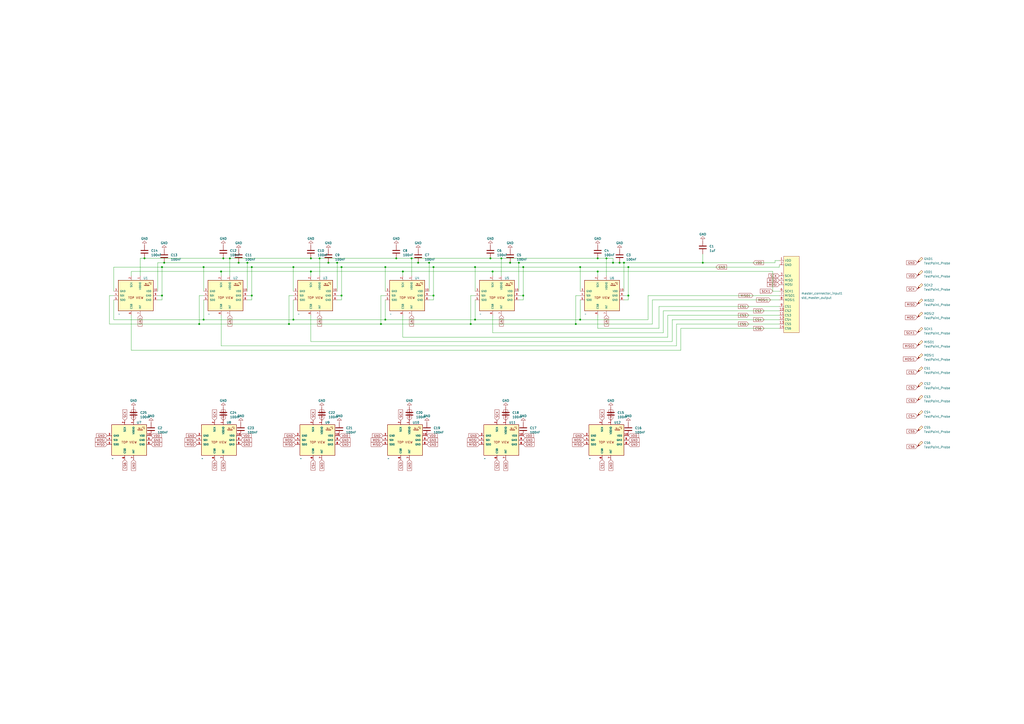
<source format=kicad_sch>
(kicad_sch (version 20230121) (generator eeschema)
  (paper "A2")
  (lib_symbols
    (symbol "BMP581_symbol:BMP581" (pin_names (offset 1.016))
      (property "Reference" "U" (at -10.16 10.414 0))
      (symbol "BMP581_0_0"
        (rectangle (start -10.16 10.16) (end 10.16 -7.62) (stroke (width 0.254)) (fill (type background)))
        (pin power_in line (at 2.54 12.7 270) (length 2.54) (name "VDDIO") (number "1"))
        (pin power_in line (at 12.7 3.81 180) (length 2.54) (name "VDD") (number "10"))
        (pin power_in line (at -12.7 3.81 0) (length 2.54) (name "GND") (number "3"))
        (pin input line (at -2.54 -10.16 90) (length 2.54) (name "CSB") (number "6"))
        (pin output line (at 2.54 -10.16 90) (length 2.54) (name "INT") (number "7"))
        (pin power_in line (at 12.7 -1.27 180) (length 2.54) (name "GND") (number "8"))
        (pin power_in line (at 12.7 1.27 180) (length 2.54) (name "GND") (number "9"))
      )
      (symbol "BMP581_1_0"
        (pin input line (at -2.54 12.7 270) (length 2.54) (name "SCK") (number "2"))
        (pin bidirectional line (at -12.7 1.27 0) (length 2.54) (name "SDI") (number "4"))
        (pin bidirectional line (at -12.7 -1.27 0) (length 2.54) (name "SDO") (number "5"))
      )
      (symbol "BMP581_1_1"
        (polyline (pts (xy 7.62 8.89) (xy 8.89 8.89) (xy 8.89 7.62) (xy 7.62 8.89)))
        (text "Pin 1\nIndicator" (at 6.35 7.62 0) (effects (font (size 0.5 0.5))))
        (text "TOP VIEW" (at 0 0 0) (effects (font (size 1.27 1.27))))
      )
    )
    (symbol "BMP581_symbol:std_master_output"
      (property "Reference" "master_connector_input" (at -1.27 27.94 0))
      (property "Value" "std_master_output" (at 0 -21.59 0))
      (symbol "std_master_output_1_1"
        (rectangle (start -5.08 25.4) (end 3.81 -19.05) (fill (type background)))
        (pin output line (at 6.35 22.86 180) (length 2.54) (name "VDD") (number "1"))
        (pin output line (at 6.35 -6.35 180) (length 2.54) (name "CS2") (number "10"))
        (pin output line (at 6.35 -8.89 180) (length 2.54) (name "CS3") (number "11"))
        (pin output line (at 6.35 -11.43 180) (length 2.54) (name "CS4") (number "12"))
        (pin output line (at 6.35 -13.97 180) (length 2.54) (name "CS5") (number "13"))
        (pin output line (at 6.35 -16.51 180) (length 2.54) (name "CS6") (number "14"))
        (pin output line (at 6.35 20.32 180) (length 2.54) (name "GND") (number "2"))
        (pin output line (at 6.35 13.97 180) (length 2.54) (name "SCK") (number "3"))
        (pin input line (at 6.35 11.43 180) (length 2.54) (name "MISO") (number "4"))
        (pin output line (at 6.35 8.89 180) (length 2.54) (name "MOSI") (number "5"))
        (pin output line (at 6.35 5.08 180) (length 2.54) (name "SCK1") (number "6"))
        (pin input line (at 6.35 2.54 180) (length 2.54) (name "MISO1") (number "7"))
        (pin output line (at 6.35 0 180) (length 2.54) (name "MOSI1") (number "8"))
        (pin output line (at 6.35 -3.81 180) (length 2.54) (name "CS1") (number "9"))
      )
    )
    (symbol "Connector:TestPoint_Probe" (pin_numbers hide) (pin_names (offset 0.762) hide)
      (property "Reference" "TP" (at 1.651 5.842 0))
      (property "Value" "TestPoint_Probe" (at 1.651 4.064 0))
      (symbol "TestPoint_Probe_0_1"
        (polyline (pts (xy 1.27 0.762) (xy 0 0) (xy 0.762 1.27) (xy 1.27 0.762)) (fill (type outline)))
        (polyline (pts (xy 1.397 0.635) (xy 0.635 1.397) (xy 2.413 3.175) (xy 3.175 2.413) (xy 1.397 0.635)) (fill (type background)))
      )
      (symbol "TestPoint_Probe_1_1"
        (pin passive line (at 0 0 90) (length 0) (name "1") (number "1"))
      )
    )
    (symbol "Device:C" (pin_numbers hide) (pin_names (offset 0.254))
      (property "Reference" "C" (at 0.635 2.54 0))
      (property "Value" "C" (at 0.635 -2.54 0))
      (symbol "C_0_1"
        (polyline (pts (xy -2.032 -0.762) (xy 2.032 -0.762)) (stroke (width 0.508)))
        (polyline (pts (xy -2.032 0.762) (xy 2.032 0.762)) (stroke (width 0.508)))
      )
      (symbol "C_1_1"
        (pin passive line (at 0 3.81 270) (length 2.794) (name "~") (number "1"))
        (pin passive line (at 0 -3.81 90) (length 2.794) (name "~") (number "2"))
      )
    )
    (symbol "power:GND" (power) (pin_names (offset 0))
      (property "Value" "GND" (at 0 -3.81 0))
      (symbol "GND_0_1"
        (polyline (pts (xy 0 0) (xy 0 -1.27) (xy 1.27 -1.27) (xy 0 -2.54) (xy -1.27 -1.27) (xy 0 -1.27)))
      )
      (symbol "GND_1_1"
        (pin power_in line (at 0 0 270) (length 0) hide (name "GND") (number "1"))
      )
    )
  )
  (junction (at 290.83 149.86))
  (junction (at 251.46 171.45))
  (junction (at 300.99 152.4))
  (junction (at 407.67 152.4))
  (junction (at 355.6 152.4))
  (junction (at 295.91 152.4))
  (junction (at 115.57 187.96))
  (junction (at 170.18 154.94))
  (junction (at 180.34 149.86))
  (junction (at 185.42 149.86))
  (junction (at 180.34 157.48))
  (junction (at 334.01 187.96))
  (junction (at 93.98 154.94))
  (junction (at 133.35 149.86))
  (junction (at 95.25 152.4))
  (junction (at 336.55 154.94))
  (junction (at 303.53 154.94))
  (junction (at 220.98 187.96))
  (junction (at 138.43 152.4))
  (junction (at 364.49 171.45))
  (junction (at 223.52 154.94))
  (junction (at 118.11 154.94))
  (junction (at 275.59 185.42))
  (junction (at 238.76 149.86))
  (junction (at 364.49 154.94))
  (junction (at 361.95 152.4))
  (junction (at 198.12 171.45))
  (junction (at 118.11 185.42))
  (junction (at 190.5 152.4))
  (junction (at 93.98 171.45))
  (junction (at 336.55 185.42))
  (junction (at 242.57 152.4))
  (junction (at 359.41 152.4))
  (junction (at 273.05 187.96))
  (junction (at 198.12 154.94))
  (junction (at 346.71 149.86))
  (junction (at 346.71 157.48))
  (junction (at 146.05 154.94))
  (junction (at 229.87 149.86))
  (junction (at 167.64 187.96))
  (junction (at 303.53 171.45))
  (junction (at 195.58 152.4))
  (junction (at 251.46 154.94))
  (junction (at 284.48 149.86))
  (junction (at 128.27 157.48))
  (junction (at 248.92 152.4))
  (junction (at 170.18 185.42))
  (junction (at 223.52 185.42))
  (junction (at 146.05 171.45))
  (junction (at 83.82 149.86))
  (junction (at 129.54 149.86))
  (junction (at 143.51 152.4))
  (junction (at 233.68 157.48))
  (junction (at 351.79 149.86))
  (junction (at 285.75 157.48))
  (junction (at 275.59 154.94))
  (wire (pts (xy 118.11 154.94) (xy 146.05 154.94)))
  (wire (pts (xy 361.95 152.4) (xy 407.67 152.4)))
  (wire (pts (xy 382.27 190.5) (xy 382.27 177.8)))
  (wire (pts (xy 66.04 185.42) (xy 118.11 185.42)))
  (wire (pts (xy 195.58 152.4) (xy 242.57 152.4)))
  (wire (pts (xy 384.81 180.34) (xy 452.12 180.34)))
  (wire (pts (xy 223.52 168.91) (xy 223.52 154.94)))
  (wire (pts (xy 300.99 152.4) (xy 355.6 152.4)))
  (wire (pts (xy 81.28 160.02) (xy 81.28 149.86)))
  (wire (pts (xy 198.12 173.99) (xy 198.12 171.45)))
  (wire (pts (xy 290.83 149.86) (xy 346.71 149.86)))
  (wire (pts (xy 378.46 173.99) (xy 452.12 173.99)))
  (wire (pts (xy 143.51 168.91) (xy 143.51 152.4)))
  (wire (pts (xy 167.64 171.45) (xy 167.64 187.96)))
  (wire (pts (xy 129.54 149.86) (xy 133.35 149.86)))
  (wire (pts (xy 220.98 171.45) (xy 220.98 187.96)))
  (wire (pts (xy 76.2 203.2) (xy 76.2 182.88)))
  (wire (pts (xy 452.12 154.94) (xy 364.49 154.94)))
  (wire (pts (xy 375.92 185.42) (xy 375.92 171.45)))
  (wire (pts (xy 378.46 187.96) (xy 378.46 173.99)))
  (wire (pts (xy 248.92 152.4) (xy 295.91 152.4)))
  (wire (pts (xy 346.71 149.86) (xy 351.79 149.86)))
  (wire (pts (xy 336.55 173.99) (xy 336.55 185.42)))
  (wire (pts (xy 251.46 173.99) (xy 251.46 171.45)))
  (wire (pts (xy 392.43 187.96) (xy 452.12 187.96)))
  (wire (pts (xy 285.75 182.88) (xy 285.75 193.04)))
  (wire (pts (xy 118.11 168.91) (xy 118.11 154.94)))
  (wire (pts (xy 364.49 154.94) (xy 336.55 154.94)))
  (wire (pts (xy 63.5 187.96) (xy 115.57 187.96)))
  (wire (pts (xy 389.89 185.42) (xy 452.12 185.42)))
  (wire (pts (xy 273.05 187.96) (xy 334.01 187.96)))
  (wire (pts (xy 133.35 149.86) (xy 180.34 149.86)))
  (wire (pts (xy 76.2 157.48) (xy 76.2 160.02)))
  (wire (pts (xy 143.51 173.99) (xy 146.05 173.99)))
  (wire (pts (xy 195.58 168.91) (xy 195.58 152.4)))
  (wire (pts (xy 81.28 149.86) (xy 83.82 149.86)))
  (wire (pts (xy 351.79 160.02) (xy 351.79 149.86)))
  (wire (pts (xy 273.05 171.45) (xy 273.05 187.96)))
  (wire (pts (xy 128.27 182.88) (xy 128.27 200.66)))
  (wire (pts (xy 275.59 154.94) (xy 303.53 154.94)))
  (wire (pts (xy 180.34 149.86) (xy 185.42 149.86)))
  (wire (pts (xy 407.67 147.32) (xy 407.67 152.4)))
  (wire (pts (xy 83.82 149.86) (xy 129.54 149.86)))
  (wire (pts (xy 361.95 152.4) (xy 361.95 168.91)))
  (wire (pts (xy 170.18 171.45) (xy 167.64 171.45)))
  (wire (pts (xy 382.27 177.8) (xy 452.12 177.8)))
  (wire (pts (xy 170.18 154.94) (xy 198.12 154.94)))
  (wire (pts (xy 407.67 152.4) (xy 449.58 152.4)))
  (wire (pts (xy 118.11 173.99) (xy 118.11 185.42)))
  (wire (pts (xy 185.42 160.02) (xy 185.42 149.86)))
  (wire (pts (xy 167.64 187.96) (xy 220.98 187.96)))
  (wire (pts (xy 115.57 171.45) (xy 115.57 187.96)))
  (wire (pts (xy 223.52 173.99) (xy 223.52 185.42)))
  (wire (pts (xy 66.04 168.91) (xy 66.04 154.94)))
  (wire (pts (xy 300.99 171.45) (xy 303.53 171.45)))
  (wire (pts (xy 180.34 157.48) (xy 180.34 160.02)))
  (wire (pts (xy 223.52 154.94) (xy 251.46 154.94)))
  (wire (pts (xy 63.5 171.45) (xy 63.5 187.96)))
  (wire (pts (xy 346.71 157.48) (xy 346.71 160.02)))
  (wire (pts (xy 389.89 198.12) (xy 389.89 185.42)))
  (wire (pts (xy 170.18 185.42) (xy 223.52 185.42)))
  (wire (pts (xy 180.34 198.12) (xy 389.89 198.12)))
  (wire (pts (xy 346.71 182.88) (xy 346.71 190.5)))
  (wire (pts (xy 93.98 171.45) (xy 93.98 154.94)))
  (wire (pts (xy 336.55 171.45) (xy 334.01 171.45)))
  (wire (pts (xy 251.46 171.45) (xy 251.46 154.94)))
  (wire (pts (xy 300.99 173.99) (xy 303.53 173.99)))
  (wire (pts (xy 452.12 168.91) (xy 448.31 168.91)))
  (wire (pts (xy 233.68 195.58) (xy 387.35 195.58)))
  (wire (pts (xy 66.04 154.94) (xy 93.98 154.94)))
  (wire (pts (xy 346.71 190.5) (xy 382.27 190.5)))
  (wire (pts (xy 336.55 185.42) (xy 375.92 185.42)))
  (wire (pts (xy 364.49 154.94) (xy 364.49 171.45)))
  (wire (pts (xy 198.12 171.45) (xy 198.12 154.94)))
  (wire (pts (xy 248.92 173.99) (xy 251.46 173.99)))
  (wire (pts (xy 91.44 152.4) (xy 95.25 152.4)))
  (wire (pts (xy 364.49 171.45) (xy 364.49 173.99)))
  (wire (pts (xy 392.43 200.66) (xy 392.43 187.96)))
  (wire (pts (xy 295.91 152.4) (xy 300.99 152.4)))
  (wire (pts (xy 233.68 157.48) (xy 233.68 160.02)))
  (wire (pts (xy 195.58 171.45) (xy 198.12 171.45)))
  (wire (pts (xy 91.44 168.91) (xy 91.44 152.4)))
  (wire (pts (xy 238.76 160.02) (xy 238.76 149.86)))
  (wire (pts (xy 195.58 173.99) (xy 198.12 173.99)))
  (wire (pts (xy 359.41 152.4) (xy 361.95 152.4)))
  (wire (pts (xy 66.04 173.99) (xy 66.04 185.42)))
  (wire (pts (xy 251.46 154.94) (xy 275.59 154.94)))
  (wire (pts (xy 128.27 157.48) (xy 76.2 157.48)))
  (wire (pts (xy 128.27 200.66) (xy 392.43 200.66)))
  (wire (pts (xy 146.05 154.94) (xy 170.18 154.94)))
  (wire (pts (xy 394.97 190.5) (xy 394.97 203.2)))
  (wire (pts (xy 275.59 185.42) (xy 336.55 185.42)))
  (wire (pts (xy 449.58 152.4) (xy 449.58 151.13)))
  (wire (pts (xy 334.01 187.96) (xy 378.46 187.96)))
  (wire (pts (xy 180.34 157.48) (xy 128.27 157.48)))
  (wire (pts (xy 449.58 151.13) (xy 452.12 151.13)))
  (wire (pts (xy 387.35 182.88) (xy 452.12 182.88)))
  (wire (pts (xy 242.57 152.4) (xy 248.92 152.4)))
  (wire (pts (xy 223.52 171.45) (xy 220.98 171.45)))
  (wire (pts (xy 170.18 173.99) (xy 170.18 185.42)))
  (wire (pts (xy 229.87 149.86) (xy 238.76 149.86)))
  (wire (pts (xy 220.98 187.96) (xy 273.05 187.96)))
  (wire (pts (xy 118.11 185.42) (xy 170.18 185.42)))
  (wire (pts (xy 128.27 157.48) (xy 128.27 160.02)))
  (wire (pts (xy 93.98 154.94) (xy 118.11 154.94)))
  (wire (pts (xy 143.51 171.45) (xy 146.05 171.45)))
  (wire (pts (xy 118.11 171.45) (xy 115.57 171.45)))
  (wire (pts (xy 375.92 171.45) (xy 452.12 171.45)))
  (wire (pts (xy 448.31 157.48) (xy 346.71 157.48)))
  (wire (pts (xy 285.75 157.48) (xy 346.71 157.48)))
  (wire (pts (xy 364.49 173.99) (xy 361.95 173.99)))
  (wire (pts (xy 233.68 182.88) (xy 233.68 195.58)))
  (wire (pts (xy 93.98 173.99) (xy 93.98 171.45)))
  (wire (pts (xy 198.12 154.94) (xy 223.52 154.94)))
  (wire (pts (xy 448.31 168.91) (xy 448.31 157.48)))
  (wire (pts (xy 133.35 160.02) (xy 133.35 149.86)))
  (wire (pts (xy 364.49 171.45) (xy 361.95 171.45)))
  (wire (pts (xy 76.2 203.2) (xy 394.97 203.2)))
  (wire (pts (xy 233.68 157.48) (xy 285.75 157.48)))
  (wire (pts (xy 334.01 171.45) (xy 334.01 187.96)))
  (wire (pts (xy 66.04 171.45) (xy 63.5 171.45)))
  (wire (pts (xy 248.92 171.45) (xy 251.46 171.45)))
  (wire (pts (xy 355.6 152.4) (xy 359.41 152.4)))
  (wire (pts (xy 290.83 149.86) (xy 290.83 160.02)))
  (wire (pts (xy 115.57 187.96) (xy 167.64 187.96)))
  (wire (pts (xy 355.6 149.86) (xy 355.6 152.4)))
  (wire (pts (xy 95.25 152.4) (xy 138.43 152.4)))
  (wire (pts (xy 146.05 173.99) (xy 146.05 171.45)))
  (wire (pts (xy 351.79 149.86) (xy 355.6 149.86)))
  (wire (pts (xy 91.44 173.99) (xy 93.98 173.99)))
  (wire (pts (xy 170.18 168.91) (xy 170.18 154.94)))
  (wire (pts (xy 143.51 152.4) (xy 190.5 152.4)))
  (wire (pts (xy 387.35 195.58) (xy 387.35 182.88)))
  (wire (pts (xy 452.12 153.67) (xy 452.12 154.94)))
  (wire (pts (xy 336.55 154.94) (xy 336.55 168.91)))
  (wire (pts (xy 238.76 149.86) (xy 284.48 149.86)))
  (wire (pts (xy 180.34 182.88) (xy 180.34 198.12)))
  (wire (pts (xy 185.42 149.86) (xy 229.87 149.86)))
  (wire (pts (xy 452.12 190.5) (xy 394.97 190.5)))
  (wire (pts (xy 146.05 171.45) (xy 146.05 154.94)))
  (wire (pts (xy 223.52 185.42) (xy 275.59 185.42)))
  (wire (pts (xy 275.59 171.45) (xy 273.05 171.45)))
  (wire (pts (xy 384.81 193.04) (xy 384.81 180.34)))
  (wire (pts (xy 138.43 152.4) (xy 143.51 152.4)))
  (wire (pts (xy 300.99 152.4) (xy 300.99 168.91)))
  (wire (pts (xy 303.53 154.94) (xy 336.55 154.94)))
  (wire (pts (xy 248.92 152.4) (xy 248.92 168.91)))
  (wire (pts (xy 303.53 173.99) (xy 303.53 171.45)))
  (wire (pts (xy 233.68 157.48) (xy 180.34 157.48)))
  (wire (pts (xy 275.59 173.99) (xy 275.59 185.42)))
  (wire (pts (xy 303.53 171.45) (xy 303.53 154.94)))
  (wire (pts (xy 285.75 193.04) (xy 384.81 193.04)))
  (wire (pts (xy 284.48 149.86) (xy 290.83 149.86)))
  (wire (pts (xy 285.75 157.48) (xy 285.75 160.02)))
  (wire (pts (xy 275.59 168.91) (xy 275.59 154.94)))
  (wire (pts (xy 190.5 152.4) (xy 195.58 152.4)))
  (wire (pts (xy 93.98 171.45) (xy 91.44 171.45)))
  (global_label "VDD" (shape input) (at 237.49 243.84 90) (property "Intersheetrefs" "${INTERSHEET_REFS}" (effects hide)))
  (global_label "GND" (shape input) (at 186.69 266.7 270) (property "Intersheetrefs" "${INTERSHEET_REFS}" (effects hide)))
  (global_label "VDD" (shape input) (at 532.13 160.02 180) (property "Intersheetrefs" "${INTERSHEET_REFS}" (effects hide)))
  (global_label "GND" (shape input) (at 129.54 266.7 270) (property "Intersheetrefs" "${INTERSHEET_REFS}" (effects hide)))
  (global_label "GND" (shape input) (at 339.09 252.73 180) (property "Intersheetrefs" "${INTERSHEET_REFS}" (effects hide)))
  (global_label "VDD" (shape input) (at 77.47 243.84 90) (property "Intersheetrefs" "${INTERSHEET_REFS}" (effects hide)))
  (global_label "MOSI" (shape input) (at 171.45 255.27 180) (property "Intersheetrefs" "${INTERSHEET_REFS}" (effects hide)))
  (global_label "VDD" (shape input) (at 354.33 243.84 90) (property "Intersheetrefs" "${INTERSHEET_REFS}" (effects hide)))
  (global_label "MISO" (shape input) (at 62.23 257.81 180) (property "Intersheetrefs" "${INTERSHEET_REFS}" (effects hide)))
  (global_label "MOSI" (shape input) (at 278.13 255.27 180) (property "Intersheetrefs" "${INTERSHEET_REFS}" (effects hide)))
  (global_label "SCK" (shape input) (at 349.25 243.84 90) (property "Intersheetrefs" "${INTERSHEET_REFS}" (effects hide)))
  (global_label "GND" (shape input) (at 222.25 252.73 180) (property "Intersheetrefs" "${INTERSHEET_REFS}" (effects hide)))
  (global_label "CS6" (shape input) (at 532.13 259.08 180) (property "Intersheetrefs" "${INTERSHEET_REFS}" (effects hide)))
  (global_label "VDD" (shape input) (at 186.69 243.84 90) (property "Intersheetrefs" "${INTERSHEET_REFS}" (effects hide)))
  (global_label "MISO" (shape input) (at 452.12 162.56 180) (property "Intersheetrefs" "${INTERSHEET_REFS}" (effects hide)))
  (global_label "SCK1" (shape input) (at 532.13 193.04 180) (property "Intersheetrefs" "${INTERSHEET_REFS}" (effects hide)))
  (global_label "CS4" (shape input) (at 443.23 185.42 180) (property "Intersheetrefs" "${INTERSHEET_REFS}" (effects hide)))
  (global_label "VDD" (shape input) (at 364.49 252.73 0) (property "Intersheetrefs" "${INTERSHEET_REFS}" (effects hide)))
  (global_label "CS2" (shape input) (at 288.29 266.7 270) (property "Intersheetrefs" "${INTERSHEET_REFS}" (effects hide)))
  (global_label "MOSI" (shape input) (at 532.13 184.15 180) (property "Intersheetrefs" "${INTERSHEET_REFS}" (effects hide)))
  (global_label "GND" (shape input) (at 351.79 182.88 270) (property "Intersheetrefs" "${INTERSHEET_REFS}" (effects hide)))
  (global_label "SCK" (shape input) (at 232.41 243.84 90) (property "Intersheetrefs" "${INTERSHEET_REFS}" (effects hide)))
  (global_label "SCK" (shape input) (at 452.12 160.02 180) (property "Intersheetrefs" "${INTERSHEET_REFS}" (effects hide)))
  (global_label "GND" (shape input) (at 278.13 252.73 180) (property "Intersheetrefs" "${INTERSHEET_REFS}" (effects hide)))
  (global_label "GND" (shape input) (at 139.7 257.81 0) (property "Intersheetrefs" "${INTERSHEET_REFS}" (effects hide)))
  (global_label "CS2" (shape input) (at 443.23 180.34 180) (property "Intersheetrefs" "${INTERSHEET_REFS}" (effects hide)))
  (global_label "MOSI" (shape input) (at 62.23 255.27 180) (property "Intersheetrefs" "${INTERSHEET_REFS}" (effects hide)))
  (global_label "GND" (shape input) (at 303.53 257.81 0) (property "Intersheetrefs" "${INTERSHEET_REFS}" (effects hide)))
  (global_label "MISO" (shape input) (at 278.13 257.81 180) (property "Intersheetrefs" "${INTERSHEET_REFS}" (effects hide)))
  (global_label "GND" (shape input) (at 77.47 266.7 270) (property "Intersheetrefs" "${INTERSHEET_REFS}" (effects hide)))
  (global_label "CS1" (shape input) (at 349.25 266.7 270) (property "Intersheetrefs" "${INTERSHEET_REFS}" (effects hide)))
  (global_label "MISO" (shape input) (at 171.45 257.81 180) (property "Intersheetrefs" "${INTERSHEET_REFS}" (effects hide)))
  (global_label "VDD" (shape input) (at 87.63 252.73 0) (property "Intersheetrefs" "${INTERSHEET_REFS}" (effects hide)))
  (global_label "GND" (shape input) (at 133.35 182.88 270) (property "Intersheetrefs" "${INTERSHEET_REFS}" (effects hide)))
  (global_label "MOSI" (shape input) (at 452.12 165.1 180) (property "Intersheetrefs" "${INTERSHEET_REFS}" (effects hide)))
  (global_label "CS6" (shape input) (at 72.39 266.7 270) (property "Intersheetrefs" "${INTERSHEET_REFS}" (effects hide)))
  (global_label "CS3" (shape input) (at 232.41 266.7 270) (property "Intersheetrefs" "${INTERSHEET_REFS}" (effects hide)))
  (global_label "CS4" (shape input) (at 532.13 241.3 180) (property "Intersheetrefs" "${INTERSHEET_REFS}" (effects hide)))
  (global_label "MOSI1" (shape input) (at 532.13 208.28 180) (property "Intersheetrefs" "${INTERSHEET_REFS}" (effects hide)))
  (global_label "VDD" (shape input) (at 436.88 152.4 0) (property "Intersheetrefs" "${INTERSHEET_REFS}" (effects hide)))
  (global_label "VDD" (shape input) (at 129.54 243.84 90) (property "Intersheetrefs" "${INTERSHEET_REFS}" (effects hide)))
  (global_label "VDD" (shape input) (at 196.85 252.73 0) (property "Intersheetrefs" "${INTERSHEET_REFS}" (effects hide)))
  (global_label "SCK" (shape input) (at 72.39 243.84 90) (property "Intersheetrefs" "${INTERSHEET_REFS}" (effects hide)))
  (global_label "MOSI1" (shape input) (at 447.04 173.99 180) (property "Intersheetrefs" "${INTERSHEET_REFS}" (effects hide)))
  (global_label "CS5" (shape input) (at 434.34 187.96 180) (property "Intersheetrefs" "${INTERSHEET_REFS}" (effects hide)))
  (global_label "GND" (shape input) (at 247.65 257.81 0) (property "Intersheetrefs" "${INTERSHEET_REFS}" (effects hide)))
  (global_label "CS3" (shape input) (at 532.13 232.41 180) (property "Intersheetrefs" "${INTERSHEET_REFS}" (effects hide)))
  (global_label "GND" (shape input) (at 237.49 266.7 270) (property "Intersheetrefs" "${INTERSHEET_REFS}" (effects hide)))
  (global_label "SCK1" (shape input) (at 448.31 168.91 180) (property "Intersheetrefs" "${INTERSHEET_REFS}" (effects hide)))
  (global_label "MISO" (shape input) (at 532.13 176.53 180) (property "Intersheetrefs" "${INTERSHEET_REFS}" (effects hide)))
  (global_label "GND" (shape input) (at 196.85 255.27 0) (property "Intersheetrefs" "${INTERSHEET_REFS}" (effects hide)))
  (global_label "GND" (shape input) (at 87.63 257.81 0) (property "Intersheetrefs" "${INTERSHEET_REFS}" (effects hide)))
  (global_label "GND" (shape input) (at 364.49 257.81 0) (property "Intersheetrefs" "${INTERSHEET_REFS}" (effects hide)))
  (global_label "GND" (shape input) (at 114.3 252.73 180) (property "Intersheetrefs" "${INTERSHEET_REFS}" (effects hide)))
  (global_label "SCK" (shape input) (at 532.13 167.64 180) (property "Intersheetrefs" "${INTERSHEET_REFS}" (effects hide)))
  (global_label "VDD" (shape input) (at 303.53 252.73 0) (property "Intersheetrefs" "${INTERSHEET_REFS}" (effects hide)))
  (global_label "MOSI" (shape input) (at 339.09 255.27 180) (property "Intersheetrefs" "${INTERSHEET_REFS}" (effects hide)))
  (global_label "CS5" (shape input) (at 532.13 250.19 180) (property "Intersheetrefs" "${INTERSHEET_REFS}" (effects hide)))
  (global_label "GND" (shape input) (at 354.33 266.7 270) (property "Intersheetrefs" "${INTERSHEET_REFS}" (effects hide)))
  (global_label "VDD" (shape input) (at 293.37 243.84 90) (property "Intersheetrefs" "${INTERSHEET_REFS}" (effects hide)))
  (global_label "GND" (shape input) (at 171.45 252.73 180) (property "Intersheetrefs" "${INTERSHEET_REFS}" (effects hide)))
  (global_label "GND" (shape input) (at 185.42 182.88 270) (property "Intersheetrefs" "${INTERSHEET_REFS}" (effects hide)))
  (global_label "GND" (shape input) (at 247.65 255.27 0) (property "Intersheetrefs" "${INTERSHEET_REFS}" (effects hide)))
  (global_label "GND" (shape input) (at 196.85 257.81 0) (property "Intersheetrefs" "${INTERSHEET_REFS}" (effects hide)))
  (global_label "GND" (shape input) (at 81.28 182.88 270) (property "Intersheetrefs" "${INTERSHEET_REFS}" (effects hide)))
  (global_label "CS2" (shape input) (at 532.13 224.79 180) (property "Intersheetrefs" "${INTERSHEET_REFS}" (effects hide)))
  (global_label "GND" (shape input) (at 62.23 252.73 180) (property "Intersheetrefs" "${INTERSHEET_REFS}" (effects hide)))
  (global_label "GND" (shape input) (at 238.76 182.88 270) (property "Intersheetrefs" "${INTERSHEET_REFS}" (effects hide)))
  (global_label "GND" (shape input) (at 364.49 255.27 0) (property "Intersheetrefs" "${INTERSHEET_REFS}" (effects hide)))
  (global_label "GND" (shape input) (at 139.7 255.27 0) (property "Intersheetrefs" "${INTERSHEET_REFS}" (effects hide)))
  (global_label "MISO" (shape input) (at 114.3 257.81 180) (property "Intersheetrefs" "${INTERSHEET_REFS}" (effects hide)))
  (global_label "VDD" (shape input) (at 139.7 252.73 0) (property "Intersheetrefs" "${INTERSHEET_REFS}" (effects hide)))
  (global_label "MISO" (shape input) (at 222.25 257.81 180) (property "Intersheetrefs" "${INTERSHEET_REFS}" (effects hide)))
  (global_label "CS1" (shape input) (at 532.13 215.9 180) (property "Intersheetrefs" "${INTERSHEET_REFS}" (effects hide)))
  (global_label "GND" (shape input) (at 532.13 152.4 180) (property "Intersheetrefs" "${INTERSHEET_REFS}" (effects hide)))
  (global_label "VDD" (shape input) (at 247.65 252.73 0) (property "Intersheetrefs" "${INTERSHEET_REFS}" (effects hide)))
  (global_label "CS4" (shape input) (at 181.61 266.7 270) (property "Intersheetrefs" "${INTERSHEET_REFS}" (effects hide)))
  (global_label "GND" (shape input) (at 415.29 154.94 0) (property "Intersheetrefs" "${INTERSHEET_REFS}" (effects hide)))
  (global_label "MISO1" (shape input) (at 436.88 171.45 180) (property "Intersheetrefs" "${INTERSHEET_REFS}" (effects hide)))
  (global_label "CS3" (shape input) (at 434.34 182.88 180) (property "Intersheetrefs" "${INTERSHEET_REFS}" (effects hide)))
  (global_label "GND" (shape input) (at 303.53 255.27 0) (property "Intersheetrefs" "${INTERSHEET_REFS}" (effects hide)))
  (global_label "CS1" (shape input) (at 434.34 177.8 180) (property "Intersheetrefs" "${INTERSHEET_REFS}" (effects hide)))
  (global_label "MOSI" (shape input) (at 222.25 255.27 180) (property "Intersheetrefs" "${INTERSHEET_REFS}" (effects hide)))
  (global_label "GND" (shape input) (at 87.63 255.27 0) (property "Intersheetrefs" "${INTERSHEET_REFS}" (effects hide)))
  (global_label "SCK" (shape input) (at 288.29 243.84 90) (property "Intersheetrefs" "${INTERSHEET_REFS}" (effects hide)))
  (global_label "GND" (shape input) (at 293.37 266.7 270) (property "Intersheetrefs" "${INTERSHEET_REFS}" (effects hide)))
  (global_label "CS6" (shape input) (at 443.23 190.5 180) (property "Intersheetrefs" "${INTERSHEET_REFS}" (effects hide)))
  (global_label "SCK" (shape input) (at 124.46 243.84 90) (property "Intersheetrefs" "${INTERSHEET_REFS}" (effects hide)))
  (global_label "GND" (shape input) (at 290.83 182.88 270) (property "Intersheetrefs" "${INTERSHEET_REFS}" (effects hide)))
  (global_label "MISO" (shape input) (at 339.09 257.81 180) (property "Intersheetrefs" "${INTERSHEET_REFS}" (effects hide)))
  (global_label "MISO1" (shape input) (at 532.13 200.66 180) (property "Intersheetrefs" "${INTERSHEET_REFS}" (effects hide)))
  (global_label "SCK" (shape input) (at 181.61 243.84 90) (property "Intersheetrefs" "${INTERSHEET_REFS}" (effects hide)))
  (global_label "MOSI" (shape input) (at 114.3 255.27 180) (property "Intersheetrefs" "${INTERSHEET_REFS}" (effects hide)))
  (global_label "CS5" (shape input) (at 124.46 266.7 270) (property "Intersheetrefs" "${INTERSHEET_REFS}" (effects hide)))
  (symbol (lib_id "BMP581_symbol:BMP581") (at 236.22 172.72 0) (unit 1)
    (property "Reference" "U4" (at 240.5889 161.29 0) (effects (justify left)))
    (property "Value" "~" (at 226.06 182.88 0) (effects (justify left bottom)))
    (property "Footprint" "BMP581:BMP581_Landing_Pattern" (effects hide))
  )
  (symbol (lib_id "Device:C") (at 242.57 148.59 0) (unit 1)
    (property "Reference" "C7" (at 246.38 147.955 0) (effects (justify left)))
    (property "Value" "100nF" (at 246.38 150.495 0) (effects (justify left)))
    (property "Footprint" "Capacitor_SMD:C_0201_0603Metric" (effects hide))
    (property "Datasheet" "https://4donline.ihs.com/images/VipMasterIC/IC/TAIY/TAIY-S-A0015001507/TAIY-S-A0015023619-1.pdf?hkey=6D3A4C79FDBF58556ACFDE234799DDF0" (effects hide))
  )
  (symbol (lib_id "power:GND") (at 186.69 236.22 180) (unit 1)
    (property "Reference" "#PWR022" (effects hide))
    (property "Value" "GND" (at 186.69 232.41 0))
  )
  (symbol (lib_id "Device:C") (at 354.33 240.03 0) (unit 1)
    (property "Reference" "C15" (at 358.14 239.395 0) (effects (justify left)))
    (property "Value" "100nF" (at 358.14 241.935 0) (effects (justify left)))
    (property "Footprint" "Capacitor_SMD:C_0201_0603Metric" (effects hide))
    (property "Datasheet" "https://4donline.ihs.com/images/VipMasterIC/IC/TAIY/TAIY-S-A0015001507/TAIY-S-A0015023619-1.pdf?hkey=6D3A4C79FDBF58556ACFDE234799DDF0" (effects hide))
  )
  (symbol (lib_id "power:GND") (at 129.54 236.22 180) (unit 1)
    (property "Reference" "#PWR024" (effects hide))
    (property "Value" "GND" (at 129.54 232.41 0))
  )
  (symbol (lib_id "Device:C") (at 77.47 240.03 0) (unit 1)
    (property "Reference" "C25" (at 81.28 239.395 0) (effects (justify left)))
    (property "Value" "100nF" (at 81.28 241.935 0) (effects (justify left)))
    (property "Footprint" "Capacitor_SMD:C_0201_0603Metric" (effects hide))
    (property "Datasheet" "https://4donline.ihs.com/images/VipMasterIC/IC/TAIY/TAIY-S-A0015001507/TAIY-S-A0015023619-1.pdf?hkey=6D3A4C79FDBF58556ACFDE234799DDF0" (effects hide))
  )
  (symbol (lib_id "power:GND") (at 95.25 144.78 180) (unit 1)
    (property "Reference" "#PWR013" (effects hide))
    (property "Value" "GND" (at 95.25 140.97 0))
  )
  (symbol (lib_id "Connector:TestPoint_Probe") (at 532.13 152.4 0) (unit 1)
    (property "Reference" "GND1" (at 535.94 150.1775 0) (effects (justify left)))
    (property "Value" "TestPoint_Probe" (at 535.94 152.7175 0) (effects (justify left)))
    (property "Footprint" "TestPoint:TestPoint_Pad_1.0x1.0mm" (effects hide))
  )
  (symbol (lib_id "BMP581_symbol:BMP581") (at 351.79 256.54 0) (unit 1)
    (property "Reference" "U12" (at 356.1589 245.11 0) (effects (justify left)))
    (property "Value" "~" (at 341.63 266.7 0) (effects (justify left bottom)))
    (property "Footprint" "BMP581:BMP581_Landing_Pattern" (effects hide))
  )
  (symbol (lib_id "Device:C") (at 138.43 148.59 0) (unit 1)
    (property "Reference" "C11" (at 142.24 147.955 0) (effects (justify left)))
    (property "Value" "100nF" (at 142.24 150.495 0) (effects (justify left)))
    (property "Footprint" "Capacitor_SMD:C_0201_0603Metric" (effects hide))
    (property "Datasheet" "https://4donline.ihs.com/images/VipMasterIC/IC/TAIY/TAIY-S-A0015001507/TAIY-S-A0015023619-1.pdf?hkey=6D3A4C79FDBF58556ACFDE234799DDF0" (effects hide))
  )
  (symbol (lib_id "power:GND") (at 196.85 245.11 180) (unit 1)
    (property "Reference" "#PWR021" (effects hide))
    (property "Value" "GND" (at 196.85 241.3 0))
  )
  (symbol (lib_id "power:GND") (at 237.49 236.22 180) (unit 1)
    (property "Reference" "#PWR020" (effects hide))
    (property "Value" "GND" (at 237.49 232.41 0))
  )
  (symbol (lib_id "power:GND") (at 129.54 142.24 180) (unit 1)
    (property "Reference" "#PWR012" (effects hide))
    (property "Value" "GND" (at 129.54 138.43 0))
  )
  (symbol (lib_id "power:GND") (at 303.53 245.11 180) (unit 1)
    (property "Reference" "#PWR017" (effects hide))
    (property "Value" "GND" (at 303.53 241.3 0))
  )
  (symbol (lib_id "power:GND") (at 190.5 144.78 180) (unit 1)
    (property "Reference" "#PWR09" (effects hide))
    (property "Value" "GND" (at 190.5 140.97 0))
  )
  (symbol (lib_id "power:GND") (at 242.57 144.78 180) (unit 1)
    (property "Reference" "#PWR07" (effects hide))
    (property "Value" "GND" (at 242.57 140.97 0))
  )
  (symbol (lib_id "power:GND") (at 407.67 139.7 180) (unit 1)
    (property "Reference" "#PWR01" (effects hide))
    (property "Value" "GND" (at 407.67 135.89 0))
  )
  (symbol (lib_id "Connector:TestPoint_Probe") (at 532.13 160.02 0) (unit 1)
    (property "Reference" "VDD1" (at 535.94 157.7975 0) (effects (justify left)))
    (property "Value" "TestPoint_Probe" (at 535.94 160.3375 0) (effects (justify left)))
    (property "Footprint" "TestPoint:TestPoint_Pad_1.0x1.0mm" (effects hide))
  )
  (symbol (lib_id "Device:C") (at 129.54 146.05 0) (unit 1)
    (property "Reference" "C12" (at 133.35 145.415 0) (effects (justify left)))
    (property "Value" "100nF" (at 133.35 147.955 0) (effects (justify left)))
    (property "Footprint" "Capacitor_SMD:C_0201_0603Metric" (effects hide))
    (property "Datasheet" "https://4donline.ihs.com/images/VipMasterIC/IC/TAIY/TAIY-S-A0015001507/TAIY-S-A0015023619-1.pdf?hkey=6D3A4C79FDBF58556ACFDE234799DDF0" (effects hide))
  )
  (symbol (lib_id "BMP581_symbol:BMP581") (at 127 256.54 0) (unit 1)
    (property "Reference" "U8" (at 131.3689 245.11 0) (effects (justify left)))
    (property "Value" "~" (at 116.84 266.7 0) (effects (justify left bottom)))
    (property "Footprint" "BMP581:BMP581_Landing_Pattern" (effects hide))
  )
  (symbol (lib_id "BMP581_symbol:BMP581") (at 290.83 256.54 0) (unit 1)
    (property "Reference" "U11" (at 295.1989 245.11 0) (effects (justify left)))
    (property "Value" "~" (at 280.67 266.7 0) (effects (justify left bottom)))
    (property "Footprint" "BMP581:BMP581_Landing_Pattern" (effects hide))
  )
  (symbol (lib_id "Connector:TestPoint_Probe") (at 532.13 250.19 0) (unit 1)
    (property "Reference" "CS5" (at 535.94 247.9675 0) (effects (justify left)))
    (property "Value" "TestPoint_Probe" (at 535.94 250.5075 0) (effects (justify left)))
    (property "Footprint" "TestPoint:TestPoint_Pad_1.0x1.0mm" (effects hide))
  )
  (symbol (lib_id "power:GND") (at 180.34 142.24 180) (unit 1)
    (property "Reference" "#PWR010" (effects hide))
    (property "Value" "GND" (at 180.34 138.43 0))
  )
  (symbol (lib_id "power:GND") (at 87.63 245.11 180) (unit 1)
    (property "Reference" "#PWR02" (effects hide))
    (property "Value" "GND" (at 87.63 241.3 0))
  )
  (symbol (lib_id "Device:C") (at 284.48 146.05 0) (unit 1)
    (property "Reference" "C6" (at 288.29 145.415 0) (effects (justify left)))
    (property "Value" "100nF" (at 288.29 147.955 0) (effects (justify left)))
    (property "Footprint" "Capacitor_SMD:C_0201_0603Metric" (effects hide))
    (property "Datasheet" "https://4donline.ihs.com/images/VipMasterIC/IC/TAIY/TAIY-S-A0015001507/TAIY-S-A0015023619-1.pdf?hkey=6D3A4C79FDBF58556ACFDE234799DDF0" (effects hide))
  )
  (symbol (lib_id "BMP581_symbol:BMP581") (at 74.93 256.54 0) (unit 1)
    (property "Reference" "U7" (at 79.2989 245.11 0) (effects (justify left)))
    (property "Value" "~" (at 64.77 266.7 0) (effects (justify left bottom)))
    (property "Footprint" "BMP581:BMP581_Landing_Pattern" (effects hide))
  )
  (symbol (lib_id "BMP581_symbol:BMP581") (at 184.15 256.54 0) (unit 1)
    (property "Reference" "U9" (at 188.5189 245.11 0) (effects (justify left)))
    (property "Value" "~" (at 173.99 266.7 0) (effects (justify left bottom)))
    (property "Footprint" "BMP581:BMP581_Landing_Pattern" (effects hide))
  )
  (symbol (lib_id "power:GND") (at 346.71 142.24 180) (unit 1)
    (property "Reference" "#PWR04" (effects hide))
    (property "Value" "GND" (at 346.71 138.43 0))
  )
  (symbol (lib_id "Device:C") (at 303.53 248.92 0) (unit 1)
    (property "Reference" "C17" (at 307.34 248.285 0) (effects (justify left)))
    (property "Value" "100nF" (at 307.34 250.825 0) (effects (justify left)))
    (property "Footprint" "Capacitor_SMD:C_0201_0603Metric" (effects hide))
    (property "Datasheet" "https://4donline.ihs.com/images/VipMasterIC/IC/TAIY/TAIY-S-A0015001507/TAIY-S-A0015023619-1.pdf?hkey=6D3A4C79FDBF58556ACFDE234799DDF0" (effects hide))
  )
  (symbol (lib_id "Device:C") (at 359.41 148.59 0) (unit 1)
    (property "Reference" "C3" (at 363.22 147.955 0) (effects (justify left)))
    (property "Value" "100nF" (at 363.22 150.495 0) (effects (justify left)))
    (property "Footprint" "Capacitor_SMD:C_0201_0603Metric" (effects hide))
    (property "Datasheet" "https://4donline.ihs.com/images/VipMasterIC/IC/TAIY/TAIY-S-A0015001507/TAIY-S-A0015023619-1.pdf?hkey=6D3A4C79FDBF58556ACFDE234799DDF0" (effects hide))
  )
  (symbol (lib_id "Connector:TestPoint_Probe") (at 532.13 184.15 0) (unit 1)
    (property "Reference" "MOSI2" (at 535.94 181.9275 0) (effects (justify left)))
    (property "Value" "TestPoint_Probe" (at 535.94 184.4675 0) (effects (justify left)))
    (property "Footprint" "TestPoint:TestPoint_Pad_1.0x1.0mm" (effects hide))
  )
  (symbol (lib_id "Device:C") (at 346.71 146.05 0) (unit 1)
    (property "Reference" "C4" (at 350.52 145.415 0) (effects (justify left)))
    (property "Value" "100nF" (at 350.52 147.955 0) (effects (justify left)))
    (property "Footprint" "Capacitor_SMD:C_0201_0603Metric" (effects hide))
    (property "Datasheet" "https://4donline.ihs.com/images/VipMasterIC/IC/TAIY/TAIY-S-A0015001507/TAIY-S-A0015023619-1.pdf?hkey=6D3A4C79FDBF58556ACFDE234799DDF0" (effects hide))
  )
  (symbol (lib_id "power:GND") (at 138.43 144.78 180) (unit 1)
    (property "Reference" "#PWR011" (effects hide))
    (property "Value" "GND" (at 138.43 140.97 0))
  )
  (symbol (lib_id "power:GND") (at 293.37 236.22 180) (unit 1)
    (property "Reference" "#PWR018" (effects hide))
    (property "Value" "GND" (at 293.37 232.41 0))
  )
  (symbol (lib_id "power:GND") (at 364.49 245.11 180) (unit 1)
    (property "Reference" "#PWR016" (effects hide))
    (property "Value" "GND" (at 364.49 241.3 0))
  )
  (symbol (lib_id "Device:C") (at 95.25 148.59 0) (unit 1)
    (property "Reference" "C13" (at 99.06 147.955 0) (effects (justify left)))
    (property "Value" "100nF" (at 99.06 150.495 0) (effects (justify left)))
    (property "Footprint" "Capacitor_SMD:C_0201_0603Metric" (effects hide))
    (property "Datasheet" "https://4donline.ihs.com/images/VipMasterIC/IC/TAIY/TAIY-S-A0015001507/TAIY-S-A0015023619-1.pdf?hkey=6D3A4C79FDBF58556ACFDE234799DDF0" (effects hide))
  )
  (symbol (lib_id "BMP581_symbol:BMP581") (at 288.29 172.72 0) (unit 1)
    (property "Reference" "U5" (at 292.6589 161.29 0) (effects (justify left)))
    (property "Value" "~" (at 278.13 182.88 0) (effects (justify left bottom)))
    (property "Footprint" "BMP581:BMP581_Landing_Pattern" (effects hide))
  )
  (symbol (lib_id "Device:C") (at 407.67 143.51 0) (unit 1)
    (property "Reference" "C1" (at 411.48 142.875 0) (effects (justify left)))
    (property "Value" "1uF" (at 411.48 145.415 0) (effects (justify left)))
    (property "Footprint" "Capacitor_SMD:C_0603_1608Metric" (effects hide))
    (property "Datasheet" "https://4donline.ihs.com/images/VipMasterIC/IC/TAIY/TAIY-S-A0015001507/TAIY-S-A0015023619-1.pdf?hkey=6D3A4C79FDBF58556ACFDE234799DDF0" (effects hide))
  )
  (symbol (lib_id "Device:C") (at 293.37 240.03 0) (unit 1)
    (property "Reference" "C18" (at 297.18 239.395 0) (effects (justify left)))
    (property "Value" "100nF" (at 297.18 241.935 0) (effects (justify left)))
    (property "Footprint" "Capacitor_SMD:C_0201_0603Metric" (effects hide))
    (property "Datasheet" "https://4donline.ihs.com/images/VipMasterIC/IC/TAIY/TAIY-S-A0015001507/TAIY-S-A0015023619-1.pdf?hkey=6D3A4C79FDBF58556ACFDE234799DDF0" (effects hide))
  )
  (symbol (lib_id "Connector:TestPoint_Probe") (at 532.13 176.53 0) (unit 1)
    (property "Reference" "MISO2" (at 535.94 174.3075 0) (effects (justify left)))
    (property "Value" "TestPoint_Probe" (at 535.94 176.8475 0) (effects (justify left)))
    (property "Footprint" "TestPoint:TestPoint_Pad_1.0x1.0mm" (effects hide))
  )
  (symbol (lib_id "Device:C") (at 139.7 248.92 0) (unit 1)
    (property "Reference" "C23" (at 143.51 248.285 0) (effects (justify left)))
    (property "Value" "100nF" (at 143.51 250.825 0) (effects (justify left)))
    (property "Footprint" "Capacitor_SMD:C_0201_0603Metric" (effects hide))
    (property "Datasheet" "https://4donline.ihs.com/images/VipMasterIC/IC/TAIY/TAIY-S-A0015001507/TAIY-S-A0015023619-1.pdf?hkey=6D3A4C79FDBF58556ACFDE234799DDF0" (effects hide))
  )
  (symbol (lib_id "Connector:TestPoint_Probe") (at 532.13 259.08 0) (unit 1)
    (property "Reference" "CS6" (at 535.94 256.8575 0) (effects (justify left)))
    (property "Value" "TestPoint_Probe" (at 535.94 259.3975 0) (effects (justify left)))
    (property "Footprint" "TestPoint:TestPoint_Pad_1.0x1.0mm" (effects hide))
  )
  (symbol (lib_id "Connector:TestPoint_Probe") (at 532.13 167.64 0) (unit 1)
    (property "Reference" "SCK2" (at 535.94 165.4175 0) (effects (justify left)))
    (property "Value" "TestPoint_Probe" (at 535.94 167.9575 0) (effects (justify left)))
    (property "Footprint" "TestPoint:TestPoint_Pad_1.0x1.0mm" (effects hide))
  )
  (symbol (lib_id "BMP581_symbol:BMP581") (at 130.81 172.72 0) (unit 1)
    (property "Reference" "U2" (at 135.1789 161.29 0) (effects (justify left)))
    (property "Value" "~" (at 120.65 182.88 0) (effects (justify left bottom)))
    (property "Footprint" "BMP581:BMP581_Landing_Pattern" (effects hide))
  )
  (symbol (lib_id "Device:C") (at 295.91 148.59 0) (unit 1)
    (property "Reference" "C5" (at 299.72 147.955 0) (effects (justify left)))
    (property "Value" "100nF" (at 299.72 150.495 0) (effects (justify left)))
    (property "Footprint" "Capacitor_SMD:C_0201_0603Metric" (effects hide))
    (property "Datasheet" "https://4donline.ihs.com/images/VipMasterIC/IC/TAIY/TAIY-S-A0015001507/TAIY-S-A0015023619-1.pdf?hkey=6D3A4C79FDBF58556ACFDE234799DDF0" (effects hide))
  )
  (symbol (lib_id "power:GND") (at 284.48 142.24 180) (unit 1)
    (property "Reference" "#PWR06" (effects hide))
    (property "Value" "GND" (at 284.48 138.43 0))
  )
  (symbol (lib_id "Connector:TestPoint_Probe") (at 532.13 215.9 0) (unit 1)
    (property "Reference" "CS1" (at 535.94 213.6775 0) (effects (justify left)))
    (property "Value" "TestPoint_Probe" (at 535.94 216.2175 0) (effects (justify left)))
    (property "Footprint" "TestPoint:TestPoint_Pad_1.0x1.0mm" (effects hide))
  )
  (symbol (lib_id "Device:C") (at 129.54 240.03 0) (unit 1)
    (property "Reference" "C24" (at 133.35 239.395 0) (effects (justify left)))
    (property "Value" "100nF" (at 133.35 241.935 0) (effects (justify left)))
    (property "Footprint" "Capacitor_SMD:C_0201_0603Metric" (effects hide))
    (property "Datasheet" "https://4donline.ihs.com/images/VipMasterIC/IC/TAIY/TAIY-S-A0015001507/TAIY-S-A0015023619-1.pdf?hkey=6D3A4C79FDBF58556ACFDE234799DDF0" (effects hide))
  )
  (symbol (lib_id "Connector:TestPoint_Probe") (at 532.13 224.79 0) (unit 1)
    (property "Reference" "CS2" (at 535.94 222.5675 0) (effects (justify left)))
    (property "Value" "TestPoint_Probe" (at 535.94 225.1075 0) (effects (justify left)))
    (property "Footprint" "TestPoint:TestPoint_Pad_1.0x1.0mm" (effects hide))
  )
  (symbol (lib_id "BMP581_symbol:BMP581") (at 182.88 172.72 0) (unit 1)
    (property "Reference" "U3" (at 187.2489 161.29 0) (effects (justify left)))
    (property "Value" "~" (at 172.72 182.88 0) (effects (justify left bottom)))
    (property "Footprint" "BMP581:BMP581_Landing_Pattern" (effects hide))
  )
  (symbol (lib_id "power:GND") (at 359.41 144.78 180) (unit 1)
    (property "Reference" "#PWR03" (effects hide))
    (property "Value" "GND" (at 359.41 140.97 0))
  )
  (symbol (lib_id "Device:C") (at 83.82 146.05 0) (unit 1)
    (property "Reference" "C14" (at 87.63 145.415 0) (effects (justify left)))
    (property "Value" "100nF" (at 87.63 147.955 0) (effects (justify left)))
    (property "Footprint" "Capacitor_SMD:C_0201_0603Metric" (effects hide))
    (property "Datasheet" "https://4donline.ihs.com/images/VipMasterIC/IC/TAIY/TAIY-S-A0015001507/TAIY-S-A0015023619-1.pdf?hkey=6D3A4C79FDBF58556ACFDE234799DDF0" (effects hide))
  )
  (symbol (lib_id "Device:C") (at 237.49 240.03 0) (unit 1)
    (property "Reference" "C20" (at 241.3 239.395 0) (effects (justify left)))
    (property "Value" "100nF" (at 241.3 241.935 0) (effects (justify left)))
    (property "Footprint" "Capacitor_SMD:C_0201_0603Metric" (effects hide))
    (property "Datasheet" "https://4donline.ihs.com/images/VipMasterIC/IC/TAIY/TAIY-S-A0015001507/TAIY-S-A0015023619-1.pdf?hkey=6D3A4C79FDBF58556ACFDE234799DDF0" (effects hide))
  )
  (symbol (lib_id "Connector:TestPoint_Probe") (at 532.13 193.04 0) (unit 1)
    (property "Reference" "SCK1" (at 535.94 190.8175 0) (effects (justify left)))
    (property "Value" "TestPoint_Probe" (at 535.94 193.3575 0) (effects (justify left)))
    (property "Footprint" "TestPoint:TestPoint_Pad_1.0x1.0mm" (effects hide))
  )
  (symbol (lib_id "Device:C") (at 87.63 248.92 0) (unit 1)
    (property "Reference" "C2" (at 91.44 248.285 0) (effects (justify left)))
    (property "Value" "100nF" (at 91.44 250.825 0) (effects (justify left)))
    (property "Footprint" "Capacitor_SMD:C_0201_0603Metric" (effects hide))
    (property "Datasheet" "https://4donline.ihs.com/images/VipMasterIC/IC/TAIY/TAIY-S-A0015001507/TAIY-S-A0015023619-1.pdf?hkey=6D3A4C79FDBF58556ACFDE234799DDF0" (effects hide))
  )
  (symbol (lib_id "power:GND") (at 139.7 245.11 180) (unit 1)
    (property "Reference" "#PWR023" (effects hide))
    (property "Value" "GND" (at 139.7 241.3 0))
  )
  (symbol (lib_id "BMP581_symbol:BMP581") (at 78.74 172.72 0) (unit 1)
    (property "Reference" "U1" (at 83.1089 161.29 0) (effects (justify left)))
    (property "Value" "~" (at 68.58 182.88 0) (effects (justify left bottom)))
    (property "Footprint" "BMP581:BMP581_Landing_Pattern" (effects hide))
  )
  (symbol (lib_id "Connector:TestPoint_Probe") (at 532.13 232.41 0) (unit 1)
    (property "Reference" "CS3" (at 535.94 230.1875 0) (effects (justify left)))
    (property "Value" "TestPoint_Probe" (at 535.94 232.7275 0) (effects (justify left)))
    (property "Footprint" "TestPoint:TestPoint_Pad_1.0x1.0mm" (effects hide))
  )
  (symbol (lib_id "Device:C") (at 364.49 248.92 0) (unit 1)
    (property "Reference" "C16" (at 368.3 248.285 0) (effects (justify left)))
    (property "Value" "100nF" (at 368.3 250.825 0) (effects (justify left)))
    (property "Footprint" "Capacitor_SMD:C_0201_0603Metric" (effects hide))
    (property "Datasheet" "https://4donline.ihs.com/images/VipMasterIC/IC/TAIY/TAIY-S-A0015001507/TAIY-S-A0015023619-1.pdf?hkey=6D3A4C79FDBF58556ACFDE234799DDF0" (effects hide))
  )
  (symbol (lib_id "BMP581_symbol:BMP581") (at 349.25 172.72 0) (unit 1)
    (property "Reference" "U6" (at 353.6189 161.29 0) (effects (justify left)))
    (property "Value" "~" (at 339.09 182.88 0) (effects (justify left bottom)))
    (property "Footprint" "BMP581:BMP581_Landing_Pattern" (effects hide))
  )
  (symbol (lib_id "Device:C") (at 247.65 248.92 0) (unit 1)
    (property "Reference" "C19" (at 251.46 248.285 0) (effects (justify left)))
    (property "Value" "100nF" (at 251.46 250.825 0) (effects (justify left)))
    (property "Footprint" "Capacitor_SMD:C_0201_0603Metric" (effects hide))
    (property "Datasheet" "https://4donline.ihs.com/images/VipMasterIC/IC/TAIY/TAIY-S-A0015001507/TAIY-S-A0015023619-1.pdf?hkey=6D3A4C79FDBF58556ACFDE234799DDF0" (effects hide))
  )
  (symbol (lib_id "BMP581_symbol:std_master_output") (at 458.47 173.99 0) (mirror y) (unit 1)
    (property "Reference" "master_connector_input1" (at 464.82 170.18 0) (effects (justify right)))
    (property "Value" "std_master_output" (at 464.82 172.72 0) (effects (justify right)))
    (property "Footprint" "BMP581:Strip_pins_bottom" (effects hide))
  )
  (symbol (lib_id "Device:C") (at 190.5 148.59 0) (unit 1)
    (property "Reference" "C9" (at 194.31 147.955 0) (effects (justify left)))
    (property "Value" "100nF" (at 194.31 150.495 0) (effects (justify left)))
    (property "Footprint" "Capacitor_SMD:C_0201_0603Metric" (effects hide))
    (property "Datasheet" "https://4donline.ihs.com/images/VipMasterIC/IC/TAIY/TAIY-S-A0015001507/TAIY-S-A0015023619-1.pdf?hkey=6D3A4C79FDBF58556ACFDE234799DDF0" (effects hide))
  )
  (symbol (lib_id "Device:C") (at 196.85 248.92 0) (unit 1)
    (property "Reference" "C21" (at 200.66 248.285 0) (effects (justify left)))
    (property "Value" "100nF" (at 200.66 250.825 0) (effects (justify left)))
    (property "Footprint" "Capacitor_SMD:C_0201_0603Metric" (effects hide))
    (property "Datasheet" "https://4donline.ihs.com/images/VipMasterIC/IC/TAIY/TAIY-S-A0015001507/TAIY-S-A0015023619-1.pdf?hkey=6D3A4C79FDBF58556ACFDE234799DDF0" (effects hide))
  )
  (symbol (lib_id "Connector:TestPoint_Probe") (at 532.13 200.66 0) (unit 1)
    (property "Reference" "MISO1" (at 535.94 198.4375 0) (effects (justify left)))
    (property "Value" "TestPoint_Probe" (at 535.94 200.9775 0) (effects (justify left)))
    (property "Footprint" "TestPoint:TestPoint_Pad_1.0x1.0mm" (effects hide))
  )
  (symbol (lib_id "Device:C") (at 229.87 146.05 0) (unit 1)
    (property "Reference" "C8" (at 233.68 145.415 0) (effects (justify left)))
    (property "Value" "100nF" (at 233.68 147.955 0) (effects (justify left)))
    (property "Footprint" "Capacitor_SMD:C_0201_0603Metric" (effects hide))
    (property "Datasheet" "https://4donline.ihs.com/images/VipMasterIC/IC/TAIY/TAIY-S-A0015001507/TAIY-S-A0015023619-1.pdf?hkey=6D3A4C79FDBF58556ACFDE234799DDF0" (effects hide))
  )
  (symbol (lib_id "power:GND") (at 229.87 142.24 180) (unit 1)
    (property "Reference" "#PWR08" (effects hide))
    (property "Value" "GND" (at 229.87 138.43 0))
  )
  (symbol (lib_id "Device:C") (at 180.34 146.05 0) (unit 1)
    (property "Reference" "C10" (at 184.15 145.415 0) (effects (justify left)))
    (property "Value" "100nF" (at 184.15 147.955 0) (effects (justify left)))
    (property "Footprint" "Capacitor_SMD:C_0201_0603Metric" (effects hide))
    (property "Datasheet" "https://4donline.ihs.com/images/VipMasterIC/IC/TAIY/TAIY-S-A0015001507/TAIY-S-A0015023619-1.pdf?hkey=6D3A4C79FDBF58556ACFDE234799DDF0" (effects hide))
  )
  (symbol (lib_id "power:GND") (at 83.82 142.24 180) (unit 1)
    (property "Reference" "#PWR014" (effects hide))
    (property "Value" "GND" (at 83.82 138.43 0))
  )
  (symbol (lib_id "Device:C") (at 186.69 240.03 0) (unit 1)
    (property "Reference" "C22" (at 190.5 239.395 0) (effects (justify left)))
    (property "Value" "100nF" (at 190.5 241.935 0) (effects (justify left)))
    (property "Footprint" "Capacitor_SMD:C_0201_0603Metric" (effects hide))
    (property "Datasheet" "https://4donline.ihs.com/images/VipMasterIC/IC/TAIY/TAIY-S-A0015001507/TAIY-S-A0015023619-1.pdf?hkey=6D3A4C79FDBF58556ACFDE234799DDF0" (effects hide))
  )
  (symbol (lib_id "Connector:TestPoint_Probe") (at 532.13 208.28 0) (unit 1)
    (property "Reference" "MOSI1" (at 535.94 206.0575 0) (effects (justify left)))
    (property "Value" "TestPoint_Probe" (at 535.94 208.5975 0) (effects (justify left)))
    (property "Footprint" "TestPoint:TestPoint_Pad_1.0x1.0mm" (effects hide))
  )
  (symbol (lib_id "power:GND") (at 247.65 245.11 180) (unit 1)
    (property "Reference" "#PWR019" (effects hide))
    (property "Value" "GND" (at 247.65 241.3 0))
  )
  (symbol (lib_id "Connector:TestPoint_Probe") (at 532.13 241.3 0) (unit 1)
    (property "Reference" "CS4" (at 535.94 239.0775 0) (effects (justify left)))
    (property "Value" "TestPoint_Probe" (at 535.94 241.6175 0) (effects (justify left)))
    (property "Footprint" "TestPoint:TestPoint_Pad_1.0x1.0mm" (effects hide))
  )
  (symbol (lib_id "power:GND") (at 354.33 236.22 180) (unit 1)
    (property "Reference" "#PWR015" (effects hide))
    (property "Value" "GND" (at 354.33 232.41 0))
  )
  (symbol (lib_id "power:GND") (at 77.47 236.22 180) (unit 1)
    (property "Reference" "#PWR025" (effects hide))
    (property "Value" "GND" (at 77.47 232.41 0))
  )
  (symbol (lib_id "BMP581_symbol:BMP581") (at 234.95 256.54 0) (unit 1)
    (property "Reference" "U10" (at 239.3189 245.11 0) (effects (justify left)))
    (property "Value" "~" (at 224.79 266.7 0) (effects (justify left bottom)))
    (property "Footprint" "BMP581:BMP581_Landing_Pattern" (effects hide))
  )
  (symbol (lib_id "power:GND") (at 295.91 144.78 180) (unit 1)
    (property "Reference" "#PWR05" (effects hide))
    (property "Value" "GND" (at 295.91 140.97 0))
  )
)
</source>
